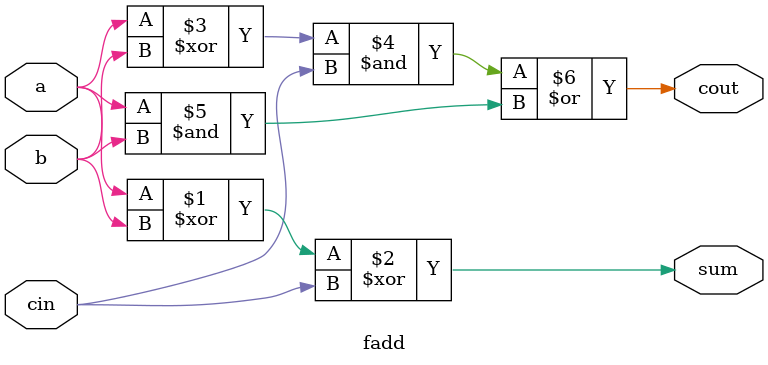
<source format=v>
module top_module( 
    input [99:0] a, b,
    input cin,
    output [99:0] cout,
    output [99:0] sum );


    fadd fadd_ins1 (
                .a(a[0]),
                .b(b[0]),
                .cin(cin),
                .sum(sum[0]),
                .cout(cout[0])
            );
        
    genvar i;

    generate 
        for (i =1; i<100; i=i+1) begin : generate_100_fadd
            fadd fadd_ins(
                .a(a[i]),
                .b(b[i]),
                .cin(cout[i-1]),
                .sum(sum[i]),
                .cout(cout[i])
            );
        end        
    endgenerate
endmodule

module fadd ( input a, input b, input cin, output sum, output cout );
    assign sum = a ^ b ^ cin;
    assign cout = (a ^ b) & cin | a & b;
endmodule

</source>
